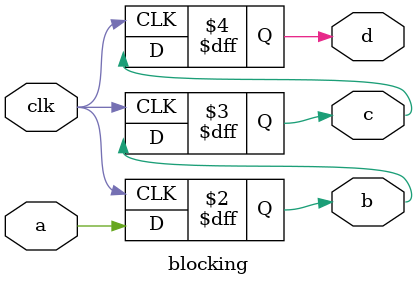
<source format=v>

module blocking (
    input a,
    input clk,
    output reg b,
    output reg c,
    output reg d
);

    // not recommended:
    always @ (posedge clk) begin
        d = c;
        c = b;
        b = a;
    end

    // recommended:
    // always @ (posedge clk) begin
    //     d <= c;
    //     c <= b;
    //     b <= a;
    // end

endmodule

</source>
